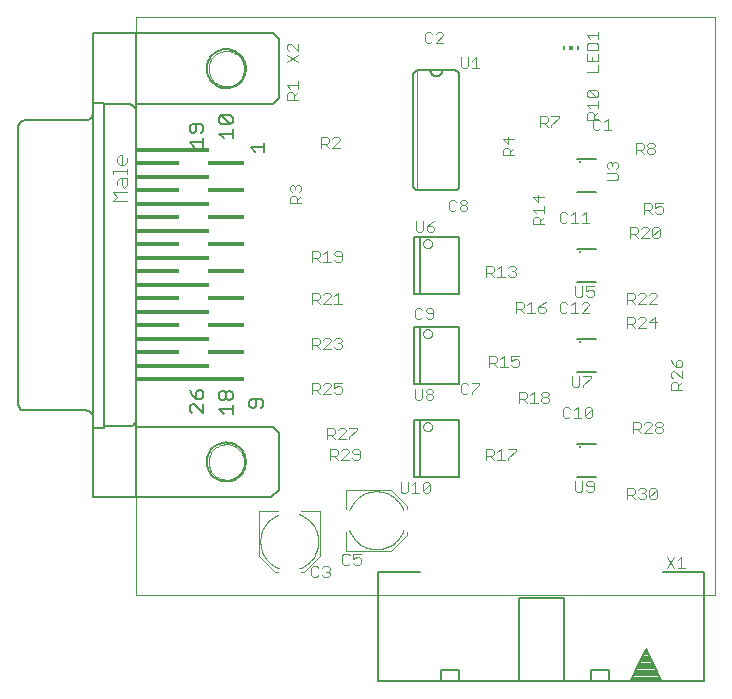
<source format=gto>
G75*
%MOIN*%
%OFA0B0*%
%FSLAX24Y24*%
%IPPOS*%
%LPD*%
%AMOC8*
5,1,8,0,0,1.08239X$1,22.5*
%
%ADD10C,0.0000*%
%ADD11C,0.0060*%
%ADD12C,0.0050*%
%ADD13C,0.0040*%
%ADD14R,0.2402X0.0157*%
%ADD15R,0.1417X0.0157*%
%ADD16R,0.1220X0.0157*%
%ADD17C,0.0080*%
%ADD18C,0.0030*%
%ADD19C,0.0020*%
%ADD20C,0.0079*%
%ADD21R,0.0059X0.0118*%
%ADD22R,0.0118X0.0118*%
D10*
X004062Y003000D02*
X004062Y022292D01*
X023353Y022292D01*
X023353Y003000D01*
X004062Y003000D01*
X006471Y007445D02*
X006473Y007493D01*
X006479Y007541D01*
X006489Y007588D01*
X006502Y007634D01*
X006520Y007679D01*
X006540Y007723D01*
X006565Y007765D01*
X006593Y007804D01*
X006623Y007841D01*
X006657Y007875D01*
X006694Y007907D01*
X006732Y007936D01*
X006773Y007961D01*
X006816Y007983D01*
X006861Y008001D01*
X006907Y008015D01*
X006954Y008026D01*
X007002Y008033D01*
X007050Y008036D01*
X007098Y008035D01*
X007146Y008030D01*
X007194Y008021D01*
X007240Y008009D01*
X007285Y007992D01*
X007329Y007972D01*
X007371Y007949D01*
X007411Y007922D01*
X007449Y007892D01*
X007484Y007859D01*
X007516Y007823D01*
X007546Y007785D01*
X007572Y007744D01*
X007594Y007701D01*
X007614Y007657D01*
X007629Y007612D01*
X007641Y007565D01*
X007649Y007517D01*
X007653Y007469D01*
X007653Y007421D01*
X007649Y007373D01*
X007641Y007325D01*
X007629Y007278D01*
X007614Y007233D01*
X007594Y007189D01*
X007572Y007146D01*
X007546Y007105D01*
X007516Y007067D01*
X007484Y007031D01*
X007449Y006998D01*
X007411Y006968D01*
X007371Y006941D01*
X007329Y006918D01*
X007285Y006898D01*
X007240Y006881D01*
X007194Y006869D01*
X007146Y006860D01*
X007098Y006855D01*
X007050Y006854D01*
X007002Y006857D01*
X006954Y006864D01*
X006907Y006875D01*
X006861Y006889D01*
X006816Y006907D01*
X006773Y006929D01*
X006732Y006954D01*
X006694Y006983D01*
X006657Y007015D01*
X006623Y007049D01*
X006593Y007086D01*
X006565Y007125D01*
X006540Y007167D01*
X006520Y007211D01*
X006502Y007256D01*
X006489Y007302D01*
X006479Y007349D01*
X006473Y007397D01*
X006471Y007445D01*
X006471Y020555D02*
X006473Y020603D01*
X006479Y020651D01*
X006489Y020698D01*
X006502Y020744D01*
X006520Y020789D01*
X006540Y020833D01*
X006565Y020875D01*
X006593Y020914D01*
X006623Y020951D01*
X006657Y020985D01*
X006694Y021017D01*
X006732Y021046D01*
X006773Y021071D01*
X006816Y021093D01*
X006861Y021111D01*
X006907Y021125D01*
X006954Y021136D01*
X007002Y021143D01*
X007050Y021146D01*
X007098Y021145D01*
X007146Y021140D01*
X007194Y021131D01*
X007240Y021119D01*
X007285Y021102D01*
X007329Y021082D01*
X007371Y021059D01*
X007411Y021032D01*
X007449Y021002D01*
X007484Y020969D01*
X007516Y020933D01*
X007546Y020895D01*
X007572Y020854D01*
X007594Y020811D01*
X007614Y020767D01*
X007629Y020722D01*
X007641Y020675D01*
X007649Y020627D01*
X007653Y020579D01*
X007653Y020531D01*
X007649Y020483D01*
X007641Y020435D01*
X007629Y020388D01*
X007614Y020343D01*
X007594Y020299D01*
X007572Y020256D01*
X007546Y020215D01*
X007516Y020177D01*
X007484Y020141D01*
X007449Y020108D01*
X007411Y020078D01*
X007371Y020051D01*
X007329Y020028D01*
X007285Y020008D01*
X007240Y019991D01*
X007194Y019979D01*
X007146Y019970D01*
X007098Y019965D01*
X007050Y019964D01*
X007002Y019967D01*
X006954Y019974D01*
X006907Y019985D01*
X006861Y019999D01*
X006816Y020017D01*
X006773Y020039D01*
X006732Y020064D01*
X006694Y020093D01*
X006657Y020125D01*
X006623Y020159D01*
X006593Y020196D01*
X006565Y020235D01*
X006540Y020277D01*
X006520Y020321D01*
X006502Y020366D01*
X006489Y020412D01*
X006479Y020459D01*
X006473Y020507D01*
X006471Y020555D01*
D11*
X006412Y020555D02*
X006414Y020605D01*
X006420Y020655D01*
X006430Y020705D01*
X006443Y020753D01*
X006460Y020801D01*
X006481Y020847D01*
X006505Y020891D01*
X006533Y020933D01*
X006564Y020973D01*
X006598Y021010D01*
X006635Y021045D01*
X006674Y021076D01*
X006715Y021105D01*
X006759Y021130D01*
X006805Y021152D01*
X006852Y021170D01*
X006900Y021184D01*
X006949Y021195D01*
X006999Y021202D01*
X007049Y021205D01*
X007100Y021204D01*
X007150Y021199D01*
X007200Y021190D01*
X007248Y021178D01*
X007296Y021161D01*
X007342Y021141D01*
X007387Y021118D01*
X007430Y021091D01*
X007470Y021061D01*
X007508Y021028D01*
X007543Y020992D01*
X007576Y020953D01*
X007605Y020912D01*
X007631Y020869D01*
X007654Y020824D01*
X007673Y020777D01*
X007688Y020729D01*
X007700Y020680D01*
X007708Y020630D01*
X007712Y020580D01*
X007712Y020530D01*
X007708Y020480D01*
X007700Y020430D01*
X007688Y020381D01*
X007673Y020333D01*
X007654Y020286D01*
X007631Y020241D01*
X007605Y020198D01*
X007576Y020157D01*
X007543Y020118D01*
X007508Y020082D01*
X007470Y020049D01*
X007430Y020019D01*
X007387Y019992D01*
X007342Y019969D01*
X007296Y019949D01*
X007248Y019932D01*
X007200Y019920D01*
X007150Y019911D01*
X007100Y019906D01*
X007049Y019905D01*
X006999Y019908D01*
X006949Y019915D01*
X006900Y019926D01*
X006852Y019940D01*
X006805Y019958D01*
X006759Y019980D01*
X006715Y020005D01*
X006674Y020034D01*
X006635Y020065D01*
X006598Y020100D01*
X006564Y020137D01*
X006533Y020177D01*
X006505Y020219D01*
X006481Y020263D01*
X006460Y020309D01*
X006443Y020357D01*
X006430Y020405D01*
X006420Y020455D01*
X006414Y020505D01*
X006412Y020555D01*
X008612Y019384D02*
X008812Y019584D01*
X008812Y021534D01*
X008612Y021734D01*
X004062Y021734D01*
X004062Y006301D01*
X002623Y006266D02*
X008562Y006266D01*
X008812Y006516D01*
X008812Y008416D01*
X008612Y008616D01*
X004062Y008616D01*
X003812Y008631D02*
X002980Y008631D01*
X002980Y019369D01*
X002980Y019419D01*
X002623Y019419D01*
X002980Y019369D02*
X003812Y019369D01*
X004062Y019384D02*
X008612Y019384D01*
X004062Y021734D02*
X002623Y021734D01*
X002613Y021717D02*
X002613Y006284D01*
X002623Y008581D02*
X002980Y008581D01*
X002980Y008631D01*
X002619Y008916D02*
X002617Y008946D01*
X002612Y008976D01*
X002603Y009005D01*
X002590Y009032D01*
X002575Y009058D01*
X002556Y009082D01*
X002535Y009103D01*
X002511Y009122D01*
X002485Y009137D01*
X002458Y009150D01*
X002429Y009159D01*
X002399Y009164D01*
X002369Y009166D01*
X000330Y009166D01*
X000304Y009168D01*
X000278Y009173D01*
X000253Y009181D01*
X000230Y009193D01*
X000208Y009207D01*
X000189Y009225D01*
X000171Y009244D01*
X000157Y009266D01*
X000145Y009289D01*
X000137Y009314D01*
X000132Y009340D01*
X000130Y009366D01*
X000130Y018634D01*
X000132Y018660D01*
X000137Y018686D01*
X000145Y018711D01*
X000157Y018734D01*
X000171Y018756D01*
X000189Y018775D01*
X000208Y018793D01*
X000230Y018807D01*
X000253Y018819D01*
X000278Y018827D01*
X000304Y018832D01*
X000330Y018834D01*
X002369Y018834D01*
X002399Y018836D01*
X002429Y018841D01*
X002458Y018850D01*
X002485Y018863D01*
X002511Y018878D01*
X002535Y018897D01*
X002556Y018918D01*
X002575Y018942D01*
X002590Y018968D01*
X002603Y018995D01*
X002612Y019024D01*
X002617Y019054D01*
X002619Y019084D01*
X003812Y019369D02*
X003842Y019367D01*
X003872Y019362D01*
X003901Y019353D01*
X003928Y019340D01*
X003954Y019325D01*
X003978Y019306D01*
X003999Y019285D01*
X004018Y019261D01*
X004033Y019235D01*
X004046Y019208D01*
X004055Y019179D01*
X004060Y019149D01*
X004062Y019119D01*
X013292Y020350D02*
X013292Y016650D01*
X013294Y016627D01*
X013299Y016604D01*
X013308Y016582D01*
X013321Y016562D01*
X013336Y016544D01*
X013354Y016529D01*
X013374Y016516D01*
X013396Y016507D01*
X013419Y016502D01*
X013442Y016500D01*
X014682Y016500D01*
X014705Y016502D01*
X014728Y016507D01*
X014750Y016516D01*
X014770Y016529D01*
X014788Y016544D01*
X014803Y016562D01*
X014816Y016582D01*
X014825Y016604D01*
X014830Y016627D01*
X014832Y016650D01*
X014832Y020350D01*
X014830Y020373D01*
X014825Y020396D01*
X014816Y020418D01*
X014803Y020438D01*
X014788Y020456D01*
X014770Y020471D01*
X014750Y020484D01*
X014728Y020493D01*
X014705Y020498D01*
X014682Y020500D01*
X014262Y020500D01*
X013862Y020500D01*
X013442Y020500D01*
X013419Y020498D01*
X013396Y020493D01*
X013374Y020484D01*
X013354Y020471D01*
X013336Y020456D01*
X013321Y020438D01*
X013308Y020418D01*
X013299Y020396D01*
X013294Y020373D01*
X013292Y020350D01*
X013862Y020500D02*
X013864Y020473D01*
X013869Y020446D01*
X013879Y020420D01*
X013891Y020396D01*
X013907Y020374D01*
X013925Y020354D01*
X013947Y020337D01*
X013970Y020322D01*
X013995Y020312D01*
X014021Y020304D01*
X014048Y020300D01*
X014076Y020300D01*
X014103Y020304D01*
X014129Y020312D01*
X014154Y020322D01*
X014177Y020337D01*
X014199Y020354D01*
X014217Y020374D01*
X014233Y020396D01*
X014245Y020420D01*
X014255Y020446D01*
X014260Y020473D01*
X014262Y020500D01*
X018754Y017560D02*
X019369Y017560D01*
X019369Y016440D02*
X018754Y016440D01*
X018754Y014560D02*
X019369Y014560D01*
X019369Y013440D02*
X018754Y013440D01*
X018754Y011560D02*
X019369Y011560D01*
X019369Y010440D02*
X018754Y010440D01*
X018754Y008060D02*
X019369Y008060D01*
X019369Y006940D02*
X018754Y006940D01*
X006412Y007445D02*
X006414Y007495D01*
X006420Y007545D01*
X006430Y007595D01*
X006443Y007643D01*
X006460Y007691D01*
X006481Y007737D01*
X006505Y007781D01*
X006533Y007823D01*
X006564Y007863D01*
X006598Y007900D01*
X006635Y007935D01*
X006674Y007966D01*
X006715Y007995D01*
X006759Y008020D01*
X006805Y008042D01*
X006852Y008060D01*
X006900Y008074D01*
X006949Y008085D01*
X006999Y008092D01*
X007049Y008095D01*
X007100Y008094D01*
X007150Y008089D01*
X007200Y008080D01*
X007248Y008068D01*
X007296Y008051D01*
X007342Y008031D01*
X007387Y008008D01*
X007430Y007981D01*
X007470Y007951D01*
X007508Y007918D01*
X007543Y007882D01*
X007576Y007843D01*
X007605Y007802D01*
X007631Y007759D01*
X007654Y007714D01*
X007673Y007667D01*
X007688Y007619D01*
X007700Y007570D01*
X007708Y007520D01*
X007712Y007470D01*
X007712Y007420D01*
X007708Y007370D01*
X007700Y007320D01*
X007688Y007271D01*
X007673Y007223D01*
X007654Y007176D01*
X007631Y007131D01*
X007605Y007088D01*
X007576Y007047D01*
X007543Y007008D01*
X007508Y006972D01*
X007470Y006939D01*
X007430Y006909D01*
X007387Y006882D01*
X007342Y006859D01*
X007296Y006839D01*
X007248Y006822D01*
X007200Y006810D01*
X007150Y006801D01*
X007100Y006796D01*
X007049Y006795D01*
X006999Y006798D01*
X006949Y006805D01*
X006900Y006816D01*
X006852Y006830D01*
X006805Y006848D01*
X006759Y006870D01*
X006715Y006895D01*
X006674Y006924D01*
X006635Y006955D01*
X006598Y006990D01*
X006564Y007027D01*
X006533Y007067D01*
X006505Y007109D01*
X006481Y007153D01*
X006460Y007199D01*
X006443Y007247D01*
X006430Y007295D01*
X006420Y007345D01*
X006414Y007395D01*
X006412Y007445D01*
X004062Y008881D02*
X004060Y008851D01*
X004055Y008821D01*
X004046Y008792D01*
X004033Y008765D01*
X004018Y008739D01*
X003999Y008715D01*
X003978Y008694D01*
X003954Y008675D01*
X003928Y008660D01*
X003901Y008647D01*
X003872Y008638D01*
X003842Y008633D01*
X003812Y008631D01*
D12*
X005840Y009156D02*
X005916Y009081D01*
X005840Y009156D02*
X005840Y009306D01*
X005916Y009381D01*
X005991Y009381D01*
X006291Y009081D01*
X006291Y009381D01*
X006216Y009542D02*
X006066Y009542D01*
X006066Y009767D01*
X006141Y009842D01*
X006216Y009842D01*
X006291Y009767D01*
X006291Y009617D01*
X006216Y009542D01*
X006066Y009542D02*
X005916Y009692D01*
X005840Y009842D01*
X006825Y009742D02*
X006825Y009592D01*
X006900Y009517D01*
X006975Y009517D01*
X007050Y009592D01*
X007050Y009742D01*
X007125Y009817D01*
X007200Y009817D01*
X007275Y009742D01*
X007275Y009592D01*
X007200Y009517D01*
X007125Y009517D01*
X007050Y009592D01*
X007050Y009742D02*
X006975Y009817D01*
X006900Y009817D01*
X006825Y009742D01*
X007275Y009357D02*
X007275Y009057D01*
X007275Y009207D02*
X006825Y009207D01*
X006975Y009057D01*
X007833Y009317D02*
X007908Y009242D01*
X007983Y009242D01*
X008058Y009317D01*
X008058Y009542D01*
X008208Y009542D02*
X007908Y009542D01*
X007833Y009467D01*
X007833Y009317D01*
X008208Y009242D02*
X008283Y009317D01*
X008283Y009467D01*
X008208Y009542D01*
X008322Y017788D02*
X008322Y018088D01*
X008322Y017938D02*
X007872Y017938D01*
X008022Y017788D01*
X007275Y018238D02*
X007275Y018539D01*
X007275Y018388D02*
X006825Y018388D01*
X006975Y018238D01*
X006900Y018699D02*
X006825Y018774D01*
X006825Y018924D01*
X006900Y018999D01*
X007200Y018699D01*
X007275Y018774D01*
X007275Y018924D01*
X007200Y018999D01*
X006900Y018999D01*
X006900Y018699D02*
X007200Y018699D01*
X006291Y018643D02*
X006216Y018718D01*
X005916Y018718D01*
X005840Y018643D01*
X005840Y018493D01*
X005916Y018418D01*
X005991Y018418D01*
X006066Y018493D01*
X006066Y018718D01*
X006291Y018643D02*
X006291Y018493D01*
X006216Y018418D01*
X006291Y018258D02*
X006291Y017958D01*
X006291Y018108D02*
X005840Y018108D01*
X005991Y017958D01*
D13*
X003742Y017590D02*
X003742Y017437D01*
X003665Y017360D01*
X003512Y017360D01*
X003435Y017437D01*
X003435Y017590D01*
X003512Y017667D01*
X003588Y017667D01*
X003588Y017360D01*
X003742Y017206D02*
X003742Y017053D01*
X003742Y017130D02*
X003281Y017130D01*
X003281Y017053D01*
X003435Y016823D02*
X003512Y016899D01*
X003742Y016899D01*
X003742Y016669D01*
X003665Y016593D01*
X003588Y016669D01*
X003588Y016899D01*
X003435Y016823D02*
X003435Y016669D01*
X003281Y016439D02*
X003742Y016439D01*
X003435Y016286D02*
X003281Y016439D01*
X003435Y016286D02*
X003281Y016132D01*
X003742Y016132D01*
X009082Y020784D02*
X009442Y021024D01*
X009442Y021152D02*
X009202Y021392D01*
X009142Y021392D01*
X009082Y021332D01*
X009082Y021212D01*
X009142Y021152D01*
X009082Y021024D02*
X009442Y020784D01*
X009442Y021152D02*
X009442Y021392D01*
X014882Y020931D02*
X014882Y020630D01*
X014942Y020570D01*
X015062Y020570D01*
X015122Y020630D01*
X015122Y020931D01*
X015250Y020810D02*
X015370Y020931D01*
X015370Y020570D01*
X015250Y020570D02*
X015490Y020570D01*
X019752Y017382D02*
X019752Y017262D01*
X019812Y017202D01*
X019752Y017074D02*
X020052Y017074D01*
X020112Y017014D01*
X020112Y016894D01*
X020052Y016834D01*
X019752Y016834D01*
X020052Y017202D02*
X020112Y017262D01*
X020112Y017382D01*
X020052Y017442D01*
X019992Y017442D01*
X019932Y017382D01*
X019932Y017322D01*
X019932Y017382D02*
X019872Y017442D01*
X019812Y017442D01*
X019752Y017382D01*
X019304Y013310D02*
X019064Y013310D01*
X019064Y013130D01*
X019184Y013190D01*
X019244Y013190D01*
X019304Y013130D01*
X019304Y013010D01*
X019244Y012950D01*
X019124Y012950D01*
X019064Y013010D01*
X018935Y013010D02*
X018935Y013310D01*
X018695Y013310D02*
X018695Y013010D01*
X018755Y012950D01*
X018875Y012950D01*
X018935Y013010D01*
X018964Y010310D02*
X019204Y010310D01*
X019204Y010250D01*
X018964Y010010D01*
X018964Y009950D01*
X018835Y010010D02*
X018835Y010310D01*
X018595Y010310D02*
X018595Y010010D01*
X018655Y009950D01*
X018775Y009950D01*
X018835Y010010D01*
X018935Y006810D02*
X018935Y006510D01*
X018875Y006450D01*
X018755Y006450D01*
X018695Y006510D01*
X018695Y006810D01*
X019064Y006750D02*
X019064Y006690D01*
X019124Y006630D01*
X019304Y006630D01*
X019304Y006510D02*
X019244Y006450D01*
X019124Y006450D01*
X019064Y006510D01*
X019304Y006510D02*
X019304Y006750D01*
X019244Y006810D01*
X019124Y006810D01*
X019064Y006750D01*
X013622Y008620D02*
X013624Y008644D01*
X013630Y008668D01*
X013639Y008690D01*
X013652Y008710D01*
X013668Y008728D01*
X013687Y008743D01*
X013708Y008756D01*
X013730Y008764D01*
X013754Y008769D01*
X013778Y008770D01*
X013802Y008767D01*
X013825Y008760D01*
X013847Y008750D01*
X013867Y008736D01*
X013884Y008719D01*
X013899Y008700D01*
X013910Y008679D01*
X013918Y008656D01*
X013922Y008632D01*
X013922Y008608D01*
X013918Y008584D01*
X013910Y008561D01*
X013899Y008540D01*
X013884Y008521D01*
X013867Y008504D01*
X013847Y008490D01*
X013825Y008480D01*
X013802Y008473D01*
X013778Y008470D01*
X013754Y008471D01*
X013730Y008476D01*
X013708Y008484D01*
X013687Y008497D01*
X013668Y008512D01*
X013652Y008530D01*
X013639Y008550D01*
X013630Y008572D01*
X013624Y008596D01*
X013622Y008620D01*
X012554Y006524D02*
X013086Y005992D01*
X013086Y005874D01*
X012554Y006524D02*
X011038Y006524D01*
X011038Y005874D01*
X010186Y005824D02*
X010186Y004308D01*
X009654Y003777D01*
X009536Y003777D01*
X008788Y003777D02*
X008670Y003777D01*
X008138Y004308D01*
X008138Y005824D01*
X008788Y005824D01*
X009536Y005824D02*
X010186Y005824D01*
X011038Y005126D02*
X011038Y004477D01*
X012554Y004477D01*
X013086Y005008D01*
X013086Y005126D01*
X012967Y005165D02*
X012944Y005108D01*
X012917Y005053D01*
X012887Y004999D01*
X012853Y004947D01*
X012816Y004898D01*
X012776Y004851D01*
X012733Y004806D01*
X012687Y004765D01*
X012639Y004726D01*
X012588Y004691D01*
X012535Y004659D01*
X012480Y004630D01*
X012424Y004605D01*
X012366Y004584D01*
X012307Y004566D01*
X012246Y004553D01*
X012185Y004543D01*
X012124Y004537D01*
X012062Y004535D01*
X012000Y004537D01*
X011939Y004543D01*
X011878Y004553D01*
X011817Y004566D01*
X011758Y004584D01*
X011700Y004605D01*
X011644Y004630D01*
X011589Y004659D01*
X011536Y004691D01*
X011485Y004726D01*
X011437Y004765D01*
X011391Y004806D01*
X011348Y004851D01*
X011308Y004898D01*
X011271Y004947D01*
X011237Y004999D01*
X011207Y005053D01*
X011180Y005108D01*
X011157Y005165D01*
X011157Y005835D02*
X011180Y005892D01*
X011207Y005947D01*
X011237Y006001D01*
X011271Y006053D01*
X011308Y006102D01*
X011348Y006149D01*
X011391Y006194D01*
X011437Y006235D01*
X011485Y006274D01*
X011536Y006309D01*
X011589Y006341D01*
X011644Y006370D01*
X011700Y006395D01*
X011758Y006416D01*
X011817Y006434D01*
X011878Y006447D01*
X011939Y006457D01*
X012000Y006463D01*
X012062Y006465D01*
X012124Y006463D01*
X012185Y006457D01*
X012246Y006447D01*
X012307Y006434D01*
X012366Y006416D01*
X012424Y006395D01*
X012480Y006370D01*
X012535Y006341D01*
X012588Y006309D01*
X012639Y006274D01*
X012687Y006235D01*
X012733Y006194D01*
X012776Y006149D01*
X012816Y006102D01*
X012853Y006053D01*
X012887Y006001D01*
X012917Y005947D01*
X012944Y005892D01*
X012967Y005835D01*
X009497Y005705D02*
X009554Y005682D01*
X009609Y005655D01*
X009663Y005625D01*
X009715Y005591D01*
X009764Y005554D01*
X009811Y005514D01*
X009856Y005471D01*
X009897Y005425D01*
X009936Y005377D01*
X009971Y005326D01*
X010003Y005273D01*
X010032Y005218D01*
X010057Y005162D01*
X010078Y005104D01*
X010096Y005045D01*
X010109Y004984D01*
X010119Y004923D01*
X010125Y004862D01*
X010127Y004800D01*
X010125Y004738D01*
X010119Y004677D01*
X010109Y004616D01*
X010096Y004555D01*
X010078Y004496D01*
X010057Y004438D01*
X010032Y004382D01*
X010003Y004327D01*
X009971Y004274D01*
X009936Y004223D01*
X009897Y004175D01*
X009856Y004129D01*
X009811Y004086D01*
X009764Y004046D01*
X009715Y004009D01*
X009663Y003975D01*
X009609Y003945D01*
X009554Y003918D01*
X009497Y003895D01*
X008827Y003895D02*
X008770Y003918D01*
X008715Y003945D01*
X008661Y003975D01*
X008609Y004009D01*
X008560Y004046D01*
X008513Y004086D01*
X008468Y004129D01*
X008427Y004175D01*
X008388Y004223D01*
X008353Y004274D01*
X008321Y004327D01*
X008292Y004382D01*
X008267Y004438D01*
X008246Y004496D01*
X008228Y004555D01*
X008215Y004616D01*
X008205Y004677D01*
X008199Y004738D01*
X008197Y004800D01*
X008199Y004862D01*
X008205Y004923D01*
X008215Y004984D01*
X008228Y005045D01*
X008246Y005104D01*
X008267Y005162D01*
X008292Y005218D01*
X008321Y005273D01*
X008353Y005326D01*
X008388Y005377D01*
X008427Y005425D01*
X008468Y005471D01*
X008513Y005514D01*
X008560Y005554D01*
X008609Y005591D01*
X008661Y005625D01*
X008715Y005655D01*
X008770Y005682D01*
X008827Y005705D01*
X013622Y011720D02*
X013624Y011744D01*
X013630Y011768D01*
X013639Y011790D01*
X013652Y011810D01*
X013668Y011828D01*
X013687Y011843D01*
X013708Y011856D01*
X013730Y011864D01*
X013754Y011869D01*
X013778Y011870D01*
X013802Y011867D01*
X013825Y011860D01*
X013847Y011850D01*
X013867Y011836D01*
X013884Y011819D01*
X013899Y011800D01*
X013910Y011779D01*
X013918Y011756D01*
X013922Y011732D01*
X013922Y011708D01*
X013918Y011684D01*
X013910Y011661D01*
X013899Y011640D01*
X013884Y011621D01*
X013867Y011604D01*
X013847Y011590D01*
X013825Y011580D01*
X013802Y011573D01*
X013778Y011570D01*
X013754Y011571D01*
X013730Y011576D01*
X013708Y011584D01*
X013687Y011597D01*
X013668Y011612D01*
X013652Y011630D01*
X013639Y011650D01*
X013630Y011672D01*
X013624Y011696D01*
X013622Y011720D01*
X013622Y014720D02*
X013624Y014744D01*
X013630Y014768D01*
X013639Y014790D01*
X013652Y014810D01*
X013668Y014828D01*
X013687Y014843D01*
X013708Y014856D01*
X013730Y014864D01*
X013754Y014869D01*
X013778Y014870D01*
X013802Y014867D01*
X013825Y014860D01*
X013847Y014850D01*
X013867Y014836D01*
X013884Y014819D01*
X013899Y014800D01*
X013910Y014779D01*
X013918Y014756D01*
X013922Y014732D01*
X013922Y014708D01*
X013918Y014684D01*
X013910Y014661D01*
X013899Y014640D01*
X013884Y014621D01*
X013867Y014604D01*
X013847Y014590D01*
X013825Y014580D01*
X013802Y014573D01*
X013778Y014570D01*
X013754Y014571D01*
X013730Y014576D01*
X013708Y014584D01*
X013687Y014597D01*
X013668Y014612D01*
X013652Y014630D01*
X013639Y014650D01*
X013630Y014672D01*
X013624Y014696D01*
X013622Y014720D01*
D14*
X005271Y015151D03*
X005271Y014251D03*
X005271Y013351D03*
X005271Y012451D03*
X005271Y011551D03*
X005271Y010651D03*
X005271Y010201D03*
X005271Y016051D03*
X005271Y016951D03*
X005271Y017851D03*
D15*
X004778Y017401D03*
X004778Y016501D03*
X004778Y015601D03*
X004778Y014701D03*
X004778Y013801D03*
X004778Y012901D03*
X004778Y012001D03*
X004778Y011101D03*
D16*
X007042Y011101D03*
X007042Y010201D03*
X007042Y012001D03*
X007042Y012901D03*
X007042Y013801D03*
X007042Y014701D03*
X007042Y015601D03*
X007042Y016501D03*
X007042Y017401D03*
D17*
X013320Y014960D02*
X013320Y013040D01*
X014804Y013040D01*
X014804Y014960D01*
X013526Y014960D01*
X013320Y014960D01*
X013526Y014960D02*
X013526Y013050D01*
X013526Y011960D02*
X013320Y011960D01*
X013320Y010040D01*
X014804Y010040D01*
X014804Y011960D01*
X013526Y011960D01*
X013526Y010050D01*
X013526Y008860D02*
X013320Y008860D01*
X013320Y006940D01*
X014804Y006940D01*
X014804Y008860D01*
X013526Y008860D01*
X013526Y006950D01*
X013525Y003762D02*
X012125Y003762D01*
X012125Y000140D01*
X014224Y000140D01*
X014224Y000522D01*
X014806Y000522D01*
X014806Y000140D01*
X016821Y000140D01*
X018303Y000140D01*
X019224Y000140D01*
X019224Y000522D01*
X019806Y000522D01*
X019806Y000140D01*
X022999Y000140D01*
X022999Y003762D01*
X021604Y003762D01*
X021064Y001205D02*
X021566Y000191D01*
X020562Y000191D01*
X021064Y001205D01*
X021059Y001195D02*
X021069Y001195D01*
X021108Y001116D02*
X021020Y001116D01*
X020981Y001038D02*
X021147Y001038D01*
X021186Y000959D02*
X020942Y000959D01*
X020903Y000881D02*
X021224Y000881D01*
X021263Y000802D02*
X020864Y000802D01*
X020826Y000724D02*
X021302Y000724D01*
X021341Y000645D02*
X020787Y000645D01*
X020748Y000567D02*
X021380Y000567D01*
X021419Y000488D02*
X020709Y000488D01*
X020670Y000410D02*
X021458Y000410D01*
X021496Y000331D02*
X020631Y000331D01*
X020592Y000253D02*
X021535Y000253D01*
X019806Y000140D02*
X019224Y000140D01*
X018303Y000140D02*
X018303Y002921D01*
X016821Y002921D01*
X016821Y000140D01*
X014806Y000140D02*
X014224Y000140D01*
D18*
X010503Y003671D02*
X010441Y003609D01*
X010318Y003609D01*
X010256Y003671D01*
X010135Y003671D02*
X010073Y003609D01*
X009950Y003609D01*
X009888Y003671D01*
X009888Y003918D01*
X009950Y003979D01*
X010073Y003979D01*
X010135Y003918D01*
X010256Y003918D02*
X010318Y003979D01*
X010441Y003979D01*
X010503Y003918D01*
X010503Y003856D01*
X010441Y003794D01*
X010503Y003732D01*
X010503Y003671D01*
X010441Y003794D02*
X010380Y003794D01*
X010929Y004083D02*
X010991Y004022D01*
X011114Y004022D01*
X011176Y004083D01*
X011298Y004083D02*
X011359Y004022D01*
X011483Y004022D01*
X011544Y004083D01*
X011544Y004207D01*
X011483Y004268D01*
X011421Y004268D01*
X011298Y004207D01*
X011298Y004392D01*
X011544Y004392D01*
X011176Y004330D02*
X011114Y004392D01*
X010991Y004392D01*
X010929Y004330D01*
X010929Y004083D01*
X012934Y006415D02*
X013057Y006415D01*
X013119Y006477D01*
X013119Y006786D01*
X013240Y006662D02*
X013364Y006786D01*
X013364Y006415D01*
X013487Y006415D02*
X013240Y006415D01*
X013609Y006477D02*
X013609Y006724D01*
X013670Y006786D01*
X013794Y006786D01*
X013855Y006724D01*
X013609Y006477D01*
X013670Y006415D01*
X013794Y006415D01*
X013855Y006477D01*
X013855Y006724D01*
X012934Y006415D02*
X012872Y006477D01*
X012872Y006786D01*
X011510Y007577D02*
X011510Y007824D01*
X011449Y007886D01*
X011325Y007886D01*
X011264Y007824D01*
X011264Y007762D01*
X011325Y007700D01*
X011510Y007700D01*
X011510Y007577D02*
X011449Y007515D01*
X011325Y007515D01*
X011264Y007577D01*
X011142Y007515D02*
X010895Y007515D01*
X011142Y007762D01*
X011142Y007824D01*
X011080Y007886D01*
X010957Y007886D01*
X010895Y007824D01*
X010774Y007824D02*
X010712Y007886D01*
X010527Y007886D01*
X010527Y007515D01*
X010527Y007639D02*
X010712Y007639D01*
X010774Y007700D01*
X010774Y007824D01*
X010650Y007639D02*
X010774Y007515D01*
X010790Y008215D02*
X011037Y008462D01*
X011037Y008524D01*
X010975Y008586D01*
X010852Y008586D01*
X010790Y008524D01*
X010669Y008524D02*
X010669Y008400D01*
X010607Y008339D01*
X010422Y008339D01*
X010545Y008339D02*
X010669Y008215D01*
X010790Y008215D02*
X011037Y008215D01*
X011159Y008215D02*
X011159Y008277D01*
X011405Y008524D01*
X011405Y008586D01*
X011159Y008586D01*
X010669Y008524D02*
X010607Y008586D01*
X010422Y008586D01*
X010422Y008215D01*
X010537Y009715D02*
X010290Y009715D01*
X010537Y009962D01*
X010537Y010024D01*
X010475Y010086D01*
X010352Y010086D01*
X010290Y010024D01*
X010169Y010024D02*
X010169Y009900D01*
X010107Y009839D01*
X009922Y009839D01*
X010045Y009839D02*
X010169Y009715D01*
X009922Y009715D02*
X009922Y010086D01*
X010107Y010086D01*
X010169Y010024D01*
X010659Y010086D02*
X010659Y009900D01*
X010782Y009962D01*
X010844Y009962D01*
X010905Y009900D01*
X010905Y009777D01*
X010844Y009715D01*
X010720Y009715D01*
X010659Y009777D01*
X010659Y010086D02*
X010905Y010086D01*
X010844Y011215D02*
X010720Y011215D01*
X010659Y011277D01*
X010537Y011215D02*
X010290Y011215D01*
X010537Y011462D01*
X010537Y011524D01*
X010475Y011586D01*
X010352Y011586D01*
X010290Y011524D01*
X010169Y011524D02*
X010169Y011400D01*
X010107Y011339D01*
X009922Y011339D01*
X010045Y011339D02*
X010169Y011215D01*
X009922Y011215D02*
X009922Y011586D01*
X010107Y011586D01*
X010169Y011524D01*
X010659Y011524D02*
X010720Y011586D01*
X010844Y011586D01*
X010905Y011524D01*
X010905Y011462D01*
X010844Y011400D01*
X010905Y011339D01*
X010905Y011277D01*
X010844Y011215D01*
X010844Y011400D02*
X010782Y011400D01*
X010782Y012715D02*
X010782Y013086D01*
X010659Y012962D01*
X010537Y012962D02*
X010537Y013024D01*
X010475Y013086D01*
X010352Y013086D01*
X010290Y013024D01*
X010169Y013024D02*
X010169Y012900D01*
X010107Y012839D01*
X009922Y012839D01*
X010045Y012839D02*
X010169Y012715D01*
X010290Y012715D02*
X010537Y012962D01*
X010537Y012715D02*
X010290Y012715D01*
X010169Y013024D02*
X010107Y013086D01*
X009922Y013086D01*
X009922Y012715D01*
X010659Y012715D02*
X010905Y012715D01*
X010844Y014115D02*
X010720Y014115D01*
X010659Y014177D01*
X010537Y014115D02*
X010290Y014115D01*
X010169Y014115D02*
X010045Y014239D01*
X010107Y014239D02*
X009922Y014239D01*
X009922Y014115D02*
X009922Y014486D01*
X010107Y014486D01*
X010169Y014424D01*
X010169Y014300D01*
X010107Y014239D01*
X010290Y014362D02*
X010414Y014486D01*
X010414Y014115D01*
X010659Y014362D02*
X010720Y014300D01*
X010905Y014300D01*
X010905Y014177D02*
X010905Y014424D01*
X010844Y014486D01*
X010720Y014486D01*
X010659Y014424D01*
X010659Y014362D01*
X010905Y014177D02*
X010844Y014115D01*
X009547Y016065D02*
X009177Y016065D01*
X009177Y016250D01*
X009238Y016312D01*
X009362Y016312D01*
X009423Y016250D01*
X009423Y016065D01*
X009423Y016189D02*
X009547Y016312D01*
X009485Y016434D02*
X009547Y016495D01*
X009547Y016619D01*
X009485Y016680D01*
X009423Y016680D01*
X009362Y016619D01*
X009362Y016557D01*
X009362Y016619D02*
X009300Y016680D01*
X009238Y016680D01*
X009177Y016619D01*
X009177Y016495D01*
X009238Y016434D01*
X010227Y017915D02*
X010227Y018286D01*
X010412Y018286D01*
X010474Y018224D01*
X010474Y018100D01*
X010412Y018039D01*
X010227Y018039D01*
X010350Y018039D02*
X010474Y017915D01*
X010595Y017915D02*
X010842Y018162D01*
X010842Y018224D01*
X010780Y018286D01*
X010657Y018286D01*
X010595Y018224D01*
X010595Y017915D02*
X010842Y017915D01*
X009447Y019515D02*
X009077Y019515D01*
X009077Y019700D01*
X009138Y019762D01*
X009262Y019762D01*
X009323Y019700D01*
X009323Y019515D01*
X009323Y019639D02*
X009447Y019762D01*
X009447Y019884D02*
X009447Y020130D01*
X009447Y020007D02*
X009077Y020007D01*
X009200Y019884D01*
X013677Y021477D02*
X013739Y021415D01*
X013862Y021415D01*
X013924Y021477D01*
X014045Y021415D02*
X014292Y021662D01*
X014292Y021724D01*
X014230Y021786D01*
X014107Y021786D01*
X014045Y021724D01*
X013924Y021724D02*
X013862Y021786D01*
X013739Y021786D01*
X013677Y021724D01*
X013677Y021477D01*
X014045Y021415D02*
X014292Y021415D01*
X016462Y018280D02*
X016462Y018034D01*
X016277Y018219D01*
X016647Y018219D01*
X016647Y017912D02*
X016523Y017789D01*
X016523Y017850D02*
X016523Y017665D01*
X016647Y017665D02*
X016277Y017665D01*
X016277Y017850D01*
X016338Y017912D01*
X016462Y017912D01*
X016523Y017850D01*
X017527Y018615D02*
X017527Y018986D01*
X017712Y018986D01*
X017774Y018924D01*
X017774Y018800D01*
X017712Y018739D01*
X017527Y018739D01*
X017650Y018739D02*
X017774Y018615D01*
X017895Y018615D02*
X017895Y018677D01*
X018142Y018924D01*
X018142Y018986D01*
X017895Y018986D01*
X019077Y019045D02*
X019077Y018860D01*
X019447Y018860D01*
X019462Y018886D02*
X019339Y018886D01*
X019277Y018824D01*
X019277Y018577D01*
X019339Y018515D01*
X019462Y018515D01*
X019524Y018577D01*
X019645Y018515D02*
X019892Y018515D01*
X019769Y018515D02*
X019769Y018886D01*
X019645Y018762D01*
X019524Y018824D02*
X019462Y018886D01*
X019323Y018860D02*
X019323Y019045D01*
X019262Y019107D01*
X019138Y019107D01*
X019077Y019045D01*
X019200Y019229D02*
X019077Y019352D01*
X019447Y019352D01*
X019447Y019229D02*
X019447Y019475D01*
X019385Y019597D02*
X019138Y019597D01*
X019077Y019659D01*
X019077Y019782D01*
X019138Y019844D01*
X019385Y019597D01*
X019447Y019659D01*
X019447Y019782D01*
X019385Y019844D01*
X019138Y019844D01*
X019077Y020442D02*
X019447Y020442D01*
X019447Y020689D01*
X019447Y020810D02*
X019077Y020810D01*
X019077Y021057D01*
X019077Y021179D02*
X019077Y021364D01*
X019138Y021425D01*
X019385Y021425D01*
X019447Y021364D01*
X019447Y021179D01*
X019077Y021179D01*
X019262Y020934D02*
X019262Y020810D01*
X019447Y020810D02*
X019447Y021057D01*
X019447Y021547D02*
X019447Y021794D01*
X019447Y021670D02*
X019077Y021670D01*
X019200Y021547D01*
X019447Y019107D02*
X019323Y018984D01*
X020727Y018086D02*
X020727Y017715D01*
X020727Y017839D02*
X020912Y017839D01*
X020974Y017900D01*
X020974Y018024D01*
X020912Y018086D01*
X020727Y018086D01*
X020850Y017839D02*
X020974Y017715D01*
X021095Y017777D02*
X021157Y017715D01*
X021280Y017715D01*
X021342Y017777D01*
X021342Y017839D01*
X021280Y017900D01*
X021157Y017900D01*
X021095Y017962D01*
X021095Y018024D01*
X021157Y018086D01*
X021280Y018086D01*
X021342Y018024D01*
X021342Y017962D01*
X021280Y017900D01*
X021157Y017900D02*
X021095Y017839D01*
X021095Y017777D01*
X021175Y016086D02*
X020990Y016086D01*
X020990Y015715D01*
X020990Y015839D02*
X021175Y015839D01*
X021237Y015900D01*
X021237Y016024D01*
X021175Y016086D01*
X021359Y016086D02*
X021359Y015900D01*
X021482Y015962D01*
X021544Y015962D01*
X021605Y015900D01*
X021605Y015777D01*
X021544Y015715D01*
X021420Y015715D01*
X021359Y015777D01*
X021237Y015715D02*
X021114Y015839D01*
X021359Y016086D02*
X021605Y016086D01*
X021449Y015286D02*
X021325Y015286D01*
X021264Y015224D01*
X021264Y014977D01*
X021510Y015224D01*
X021510Y014977D01*
X021449Y014915D01*
X021325Y014915D01*
X021264Y014977D01*
X021142Y014915D02*
X020895Y014915D01*
X021142Y015162D01*
X021142Y015224D01*
X021080Y015286D01*
X020957Y015286D01*
X020895Y015224D01*
X020774Y015224D02*
X020774Y015100D01*
X020712Y015039D01*
X020527Y015039D01*
X020650Y015039D02*
X020774Y014915D01*
X020527Y014915D02*
X020527Y015286D01*
X020712Y015286D01*
X020774Y015224D01*
X021449Y015286D02*
X021510Y015224D01*
X021344Y013086D02*
X021220Y013086D01*
X021159Y013024D01*
X021037Y013024D02*
X020975Y013086D01*
X020852Y013086D01*
X020790Y013024D01*
X020669Y013024D02*
X020607Y013086D01*
X020422Y013086D01*
X020422Y012715D01*
X020422Y012839D02*
X020607Y012839D01*
X020669Y012900D01*
X020669Y013024D01*
X020545Y012839D02*
X020669Y012715D01*
X020790Y012715D02*
X021037Y012962D01*
X021037Y013024D01*
X021037Y012715D02*
X020790Y012715D01*
X021159Y012715D02*
X021405Y012962D01*
X021405Y013024D01*
X021344Y013086D01*
X021405Y012715D02*
X021159Y012715D01*
X020975Y012286D02*
X020852Y012286D01*
X020790Y012224D01*
X020669Y012224D02*
X020669Y012100D01*
X020607Y012039D01*
X020422Y012039D01*
X020545Y012039D02*
X020669Y011915D01*
X020790Y011915D02*
X021037Y012162D01*
X021037Y012224D01*
X020975Y012286D01*
X021159Y012100D02*
X021405Y012100D01*
X021344Y011915D02*
X021344Y012286D01*
X021159Y012100D01*
X021037Y011915D02*
X020790Y011915D01*
X020669Y012224D02*
X020607Y012286D01*
X020422Y012286D01*
X020422Y011915D01*
X019160Y012415D02*
X018914Y012415D01*
X019160Y012662D01*
X019160Y012724D01*
X019099Y012786D01*
X018975Y012786D01*
X018914Y012724D01*
X018669Y012786D02*
X018669Y012415D01*
X018792Y012415D02*
X018545Y012415D01*
X018424Y012477D02*
X018362Y012415D01*
X018239Y012415D01*
X018177Y012477D01*
X018177Y012724D01*
X018239Y012786D01*
X018362Y012786D01*
X018424Y012724D01*
X018545Y012662D02*
X018669Y012786D01*
X017710Y012786D02*
X017587Y012724D01*
X017464Y012600D01*
X017464Y012477D01*
X017525Y012415D01*
X017649Y012415D01*
X017710Y012477D01*
X017710Y012539D01*
X017649Y012600D01*
X017464Y012600D01*
X017342Y012415D02*
X017095Y012415D01*
X016974Y012415D02*
X016850Y012539D01*
X016912Y012539D02*
X016727Y012539D01*
X016727Y012415D02*
X016727Y012786D01*
X016912Y012786D01*
X016974Y012724D01*
X016974Y012600D01*
X016912Y012539D01*
X017095Y012662D02*
X017219Y012786D01*
X017219Y012415D01*
X016649Y013615D02*
X016525Y013615D01*
X016464Y013677D01*
X016342Y013615D02*
X016095Y013615D01*
X015974Y013615D02*
X015850Y013739D01*
X015912Y013739D02*
X015727Y013739D01*
X015727Y013615D02*
X015727Y013986D01*
X015912Y013986D01*
X015974Y013924D01*
X015974Y013800D01*
X015912Y013739D01*
X016095Y013862D02*
X016219Y013986D01*
X016219Y013615D01*
X016464Y013924D02*
X016525Y013986D01*
X016649Y013986D01*
X016710Y013924D01*
X016710Y013862D01*
X016649Y013800D01*
X016710Y013739D01*
X016710Y013677D01*
X016649Y013615D01*
X016649Y013800D02*
X016587Y013800D01*
X017277Y015365D02*
X017277Y015550D01*
X017338Y015612D01*
X017462Y015612D01*
X017523Y015550D01*
X017523Y015365D01*
X017523Y015489D02*
X017647Y015612D01*
X017647Y015734D02*
X017647Y015980D01*
X017647Y015857D02*
X017277Y015857D01*
X017400Y015734D01*
X017277Y015365D02*
X017647Y015365D01*
X018177Y015477D02*
X018239Y015415D01*
X018362Y015415D01*
X018424Y015477D01*
X018545Y015415D02*
X018792Y015415D01*
X018914Y015415D02*
X019160Y015415D01*
X019037Y015415D02*
X019037Y015786D01*
X018914Y015662D01*
X018669Y015786D02*
X018669Y015415D01*
X018545Y015662D02*
X018669Y015786D01*
X018424Y015724D02*
X018362Y015786D01*
X018239Y015786D01*
X018177Y015724D01*
X018177Y015477D01*
X017462Y016102D02*
X017462Y016349D01*
X017647Y016287D02*
X017277Y016287D01*
X017462Y016102D01*
X015092Y016124D02*
X015092Y016062D01*
X015030Y016000D01*
X014907Y016000D01*
X014845Y016062D01*
X014845Y016124D01*
X014907Y016186D01*
X015030Y016186D01*
X015092Y016124D01*
X015030Y016000D02*
X015092Y015939D01*
X015092Y015877D01*
X015030Y015815D01*
X014907Y015815D01*
X014845Y015877D01*
X014845Y015939D01*
X014907Y016000D01*
X014724Y015877D02*
X014662Y015815D01*
X014539Y015815D01*
X014477Y015877D01*
X014477Y016124D01*
X014539Y016186D01*
X014662Y016186D01*
X014724Y016124D01*
X013992Y015486D02*
X013869Y015424D01*
X013745Y015300D01*
X013745Y015177D01*
X013807Y015115D01*
X013930Y015115D01*
X013992Y015177D01*
X013992Y015239D01*
X013930Y015300D01*
X013745Y015300D01*
X013624Y015177D02*
X013624Y015486D01*
X013377Y015486D02*
X013377Y015177D01*
X013439Y015115D01*
X013562Y015115D01*
X013624Y015177D01*
X013525Y012586D02*
X013402Y012586D01*
X013340Y012524D01*
X013340Y012277D01*
X013402Y012215D01*
X013525Y012215D01*
X013587Y012277D01*
X013709Y012277D02*
X013770Y012215D01*
X013894Y012215D01*
X013955Y012277D01*
X013955Y012524D01*
X013894Y012586D01*
X013770Y012586D01*
X013709Y012524D01*
X013709Y012462D01*
X013770Y012400D01*
X013955Y012400D01*
X013587Y012524D02*
X013525Y012586D01*
X015827Y010986D02*
X015827Y010615D01*
X015827Y010739D02*
X016012Y010739D01*
X016074Y010800D01*
X016074Y010924D01*
X016012Y010986D01*
X015827Y010986D01*
X015950Y010739D02*
X016074Y010615D01*
X016195Y010615D02*
X016442Y010615D01*
X016319Y010615D02*
X016319Y010986D01*
X016195Y010862D01*
X016564Y010800D02*
X016687Y010862D01*
X016749Y010862D01*
X016810Y010800D01*
X016810Y010677D01*
X016749Y010615D01*
X016625Y010615D01*
X016564Y010677D01*
X016564Y010800D02*
X016564Y010986D01*
X016810Y010986D01*
X016827Y009786D02*
X017012Y009786D01*
X017074Y009724D01*
X017074Y009600D01*
X017012Y009539D01*
X016827Y009539D01*
X016950Y009539D02*
X017074Y009415D01*
X017195Y009415D02*
X017442Y009415D01*
X017319Y009415D02*
X017319Y009786D01*
X017195Y009662D01*
X017564Y009662D02*
X017564Y009724D01*
X017625Y009786D01*
X017749Y009786D01*
X017810Y009724D01*
X017810Y009662D01*
X017749Y009600D01*
X017625Y009600D01*
X017564Y009662D01*
X017625Y009600D02*
X017564Y009539D01*
X017564Y009477D01*
X017625Y009415D01*
X017749Y009415D01*
X017810Y009477D01*
X017810Y009539D01*
X017749Y009600D01*
X018277Y009224D02*
X018277Y008977D01*
X018339Y008915D01*
X018462Y008915D01*
X018524Y008977D01*
X018645Y008915D02*
X018892Y008915D01*
X018769Y008915D02*
X018769Y009286D01*
X018645Y009162D01*
X018524Y009224D02*
X018462Y009286D01*
X018339Y009286D01*
X018277Y009224D01*
X019014Y009224D02*
X019014Y008977D01*
X019260Y009224D01*
X019260Y008977D01*
X019199Y008915D01*
X019075Y008915D01*
X019014Y008977D01*
X019014Y009224D02*
X019075Y009286D01*
X019199Y009286D01*
X019260Y009224D01*
X020627Y008786D02*
X020627Y008415D01*
X020627Y008539D02*
X020812Y008539D01*
X020874Y008600D01*
X020874Y008724D01*
X020812Y008786D01*
X020627Y008786D01*
X020750Y008539D02*
X020874Y008415D01*
X020995Y008415D02*
X021242Y008662D01*
X021242Y008724D01*
X021180Y008786D01*
X021057Y008786D01*
X020995Y008724D01*
X020995Y008415D02*
X021242Y008415D01*
X021364Y008477D02*
X021364Y008539D01*
X021425Y008600D01*
X021549Y008600D01*
X021610Y008539D01*
X021610Y008477D01*
X021549Y008415D01*
X021425Y008415D01*
X021364Y008477D01*
X021425Y008600D02*
X021364Y008662D01*
X021364Y008724D01*
X021425Y008786D01*
X021549Y008786D01*
X021610Y008724D01*
X021610Y008662D01*
X021549Y008600D01*
X021877Y009860D02*
X021877Y010045D01*
X021938Y010107D01*
X022062Y010107D01*
X022123Y010045D01*
X022123Y009860D01*
X022123Y009984D02*
X022247Y010107D01*
X022247Y010229D02*
X022000Y010475D01*
X021938Y010475D01*
X021877Y010414D01*
X021877Y010290D01*
X021938Y010229D01*
X022247Y010229D02*
X022247Y010475D01*
X022185Y010597D02*
X022062Y010597D01*
X022062Y010782D01*
X022123Y010844D01*
X022185Y010844D01*
X022247Y010782D01*
X022247Y010659D01*
X022185Y010597D01*
X022062Y010597D02*
X021938Y010720D01*
X021877Y010844D01*
X021877Y009860D02*
X022247Y009860D01*
X021344Y006586D02*
X021405Y006524D01*
X021159Y006277D01*
X021220Y006215D01*
X021344Y006215D01*
X021405Y006277D01*
X021405Y006524D01*
X021344Y006586D02*
X021220Y006586D01*
X021159Y006524D01*
X021159Y006277D01*
X021037Y006277D02*
X020975Y006215D01*
X020852Y006215D01*
X020790Y006277D01*
X020669Y006215D02*
X020545Y006339D01*
X020607Y006339D02*
X020422Y006339D01*
X020422Y006215D02*
X020422Y006586D01*
X020607Y006586D01*
X020669Y006524D01*
X020669Y006400D01*
X020607Y006339D01*
X020790Y006524D02*
X020852Y006586D01*
X020975Y006586D01*
X021037Y006524D01*
X021037Y006462D01*
X020975Y006400D01*
X021037Y006339D01*
X021037Y006277D01*
X020975Y006400D02*
X020914Y006400D01*
X021740Y004286D02*
X021987Y003915D01*
X022109Y003915D02*
X022355Y003915D01*
X022232Y003915D02*
X022232Y004286D01*
X022109Y004162D01*
X021987Y004286D02*
X021740Y003915D01*
X016710Y007824D02*
X016464Y007577D01*
X016464Y007515D01*
X016342Y007515D02*
X016095Y007515D01*
X015974Y007515D02*
X015850Y007639D01*
X015912Y007639D02*
X015727Y007639D01*
X015727Y007515D02*
X015727Y007886D01*
X015912Y007886D01*
X015974Y007824D01*
X015974Y007700D01*
X015912Y007639D01*
X016095Y007762D02*
X016219Y007886D01*
X016219Y007515D01*
X016464Y007886D02*
X016710Y007886D01*
X016710Y007824D01*
X016827Y009415D02*
X016827Y009786D01*
X015492Y010024D02*
X015245Y009777D01*
X015245Y009715D01*
X015124Y009777D02*
X015062Y009715D01*
X014939Y009715D01*
X014877Y009777D01*
X014877Y010024D01*
X014939Y010086D01*
X015062Y010086D01*
X015124Y010024D01*
X015245Y010086D02*
X015492Y010086D01*
X015492Y010024D01*
X013955Y009824D02*
X013955Y009762D01*
X013894Y009700D01*
X013770Y009700D01*
X013709Y009762D01*
X013709Y009824D01*
X013770Y009886D01*
X013894Y009886D01*
X013955Y009824D01*
X013894Y009700D02*
X013955Y009639D01*
X013955Y009577D01*
X013894Y009515D01*
X013770Y009515D01*
X013709Y009577D01*
X013709Y009639D01*
X013770Y009700D01*
X013587Y009577D02*
X013587Y009886D01*
X013340Y009886D02*
X013340Y009577D01*
X013402Y009515D01*
X013525Y009515D01*
X013587Y009577D01*
D19*
X013432Y016500D02*
X013432Y020500D01*
D20*
X018865Y017453D03*
X018865Y014453D03*
X018865Y011453D03*
X018865Y007953D03*
D21*
X018798Y021259D03*
X018326Y021259D03*
D22*
X018562Y021259D03*
M02*

</source>
